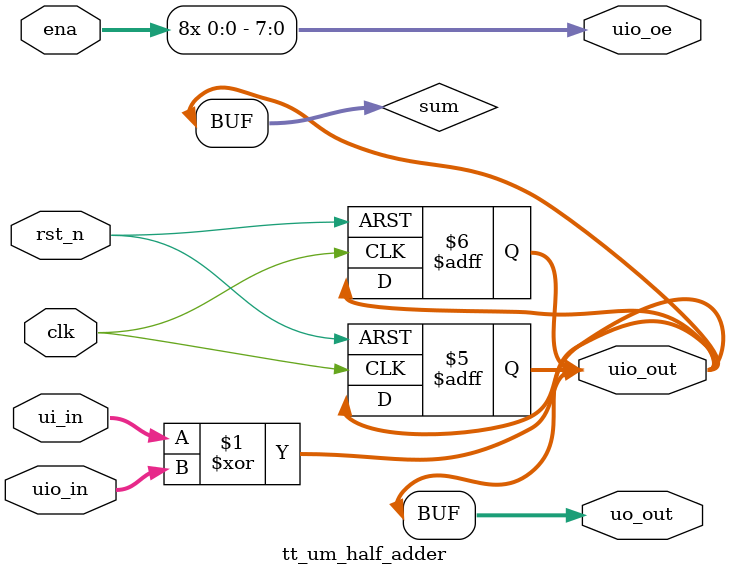
<source format=v>
/*
 * Copyright (c) 2024 Your Name
 * SPDX-License-Identifier: Apache-2.0
 */

`default_nettype none

module tt_um_half_adder (
    input  wire [7:0] ui_in,    // Dedicated inputs
    output wire [7:0] uo_out,   // Dedicated outputs
    input  wire [7:0] uio_in,   // IOs: Input path
    output wire [7:0] uio_out,  // IOs: Output path
    output wire [7:0] uio_oe,   // IOs: Enable path (active high: 0=input, 1=output)
    input  wire       ena,      // always 1 when the design is powered, so you can ignore it
    input  wire       clk,      // clock
    input  wire       rst_n     // reset_n - low to reset
);

    // Internal signals for sum and carry
    wire [7:0] sum;
    wire [7:0] carry;

    // Half Adder Logic: Sum = A XOR B, Carry = A AND B
    assign sum = ui_in ^ uio_in;  // XOR for sum
    assign carry = ui_in & uio_in; // AND for carry

    // Assign outputs
    assign uo_out = sum;          // Send sum to the output
    assign uio_out = sum;         // Send sum to the IO output path
    assign uio_oe = {8{ena}};     // Enable IO outputs if ena is high, else input

    // Reset and Clock Handling
    always @(posedge clk or negedge rst_n) begin
        if (~rst_n) begin
            // Reset logic (in case of reset)
            uo_out <= 8'b0;
            uio_out <= 8'b0;
        end else begin
            // Normal operation (no reset)
            // You can place any additional logic here if needed
        end
    end

endmodule


</source>
